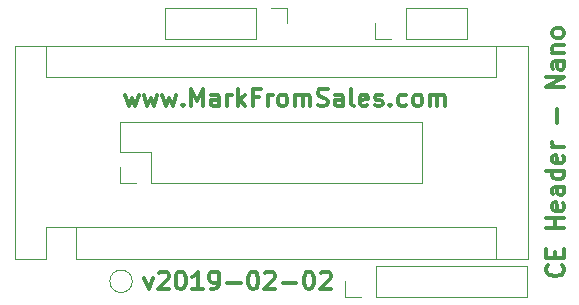
<source format=gbr>
G04 #@! TF.GenerationSoftware,KiCad,Pcbnew,(5.0.2)-1*
G04 #@! TF.CreationDate,2019-02-02T18:03:16-06:00*
G04 #@! TF.ProjectId,CE-Header-Arduino-Nano,43452d48-6561-4646-9572-2d4172647569,1.0*
G04 #@! TF.SameCoordinates,Original*
G04 #@! TF.FileFunction,Legend,Top*
G04 #@! TF.FilePolarity,Positive*
%FSLAX46Y46*%
G04 Gerber Fmt 4.6, Leading zero omitted, Abs format (unit mm)*
G04 Created by KiCad (PCBNEW (5.0.2)-1) date 2/2/2019 6:03:16 PM*
%MOMM*%
%LPD*%
G01*
G04 APERTURE LIST*
%ADD10C,0.300000*%
%ADD11C,0.120000*%
G04 APERTURE END LIST*
D10*
X87992857Y-58606571D02*
X88278571Y-59606571D01*
X88564285Y-58892285D01*
X88850000Y-59606571D01*
X89135714Y-58606571D01*
X89564285Y-58606571D02*
X89850000Y-59606571D01*
X90135714Y-58892285D01*
X90421428Y-59606571D01*
X90707142Y-58606571D01*
X91135714Y-58606571D02*
X91421428Y-59606571D01*
X91707142Y-58892285D01*
X91992857Y-59606571D01*
X92278571Y-58606571D01*
X92850000Y-59463714D02*
X92921428Y-59535142D01*
X92850000Y-59606571D01*
X92778571Y-59535142D01*
X92850000Y-59463714D01*
X92850000Y-59606571D01*
X93564285Y-59606571D02*
X93564285Y-58106571D01*
X94064285Y-59178000D01*
X94564285Y-58106571D01*
X94564285Y-59606571D01*
X95921428Y-59606571D02*
X95921428Y-58820857D01*
X95850000Y-58678000D01*
X95707142Y-58606571D01*
X95421428Y-58606571D01*
X95278571Y-58678000D01*
X95921428Y-59535142D02*
X95778571Y-59606571D01*
X95421428Y-59606571D01*
X95278571Y-59535142D01*
X95207142Y-59392285D01*
X95207142Y-59249428D01*
X95278571Y-59106571D01*
X95421428Y-59035142D01*
X95778571Y-59035142D01*
X95921428Y-58963714D01*
X96635714Y-59606571D02*
X96635714Y-58606571D01*
X96635714Y-58892285D02*
X96707142Y-58749428D01*
X96778571Y-58678000D01*
X96921428Y-58606571D01*
X97064285Y-58606571D01*
X97564285Y-59606571D02*
X97564285Y-58106571D01*
X97707142Y-59035142D02*
X98135714Y-59606571D01*
X98135714Y-58606571D02*
X97564285Y-59178000D01*
X99278571Y-58820857D02*
X98778571Y-58820857D01*
X98778571Y-59606571D02*
X98778571Y-58106571D01*
X99492857Y-58106571D01*
X100064285Y-59606571D02*
X100064285Y-58606571D01*
X100064285Y-58892285D02*
X100135714Y-58749428D01*
X100207142Y-58678000D01*
X100350000Y-58606571D01*
X100492857Y-58606571D01*
X101207142Y-59606571D02*
X101064285Y-59535142D01*
X100992857Y-59463714D01*
X100921428Y-59320857D01*
X100921428Y-58892285D01*
X100992857Y-58749428D01*
X101064285Y-58678000D01*
X101207142Y-58606571D01*
X101421428Y-58606571D01*
X101564285Y-58678000D01*
X101635714Y-58749428D01*
X101707142Y-58892285D01*
X101707142Y-59320857D01*
X101635714Y-59463714D01*
X101564285Y-59535142D01*
X101421428Y-59606571D01*
X101207142Y-59606571D01*
X102350000Y-59606571D02*
X102350000Y-58606571D01*
X102350000Y-58749428D02*
X102421428Y-58678000D01*
X102564285Y-58606571D01*
X102778571Y-58606571D01*
X102921428Y-58678000D01*
X102992857Y-58820857D01*
X102992857Y-59606571D01*
X102992857Y-58820857D02*
X103064285Y-58678000D01*
X103207142Y-58606571D01*
X103421428Y-58606571D01*
X103564285Y-58678000D01*
X103635714Y-58820857D01*
X103635714Y-59606571D01*
X104278571Y-59535142D02*
X104492857Y-59606571D01*
X104850000Y-59606571D01*
X104992857Y-59535142D01*
X105064285Y-59463714D01*
X105135714Y-59320857D01*
X105135714Y-59178000D01*
X105064285Y-59035142D01*
X104992857Y-58963714D01*
X104850000Y-58892285D01*
X104564285Y-58820857D01*
X104421428Y-58749428D01*
X104350000Y-58678000D01*
X104278571Y-58535142D01*
X104278571Y-58392285D01*
X104350000Y-58249428D01*
X104421428Y-58178000D01*
X104564285Y-58106571D01*
X104921428Y-58106571D01*
X105135714Y-58178000D01*
X106421428Y-59606571D02*
X106421428Y-58820857D01*
X106350000Y-58678000D01*
X106207142Y-58606571D01*
X105921428Y-58606571D01*
X105778571Y-58678000D01*
X106421428Y-59535142D02*
X106278571Y-59606571D01*
X105921428Y-59606571D01*
X105778571Y-59535142D01*
X105707142Y-59392285D01*
X105707142Y-59249428D01*
X105778571Y-59106571D01*
X105921428Y-59035142D01*
X106278571Y-59035142D01*
X106421428Y-58963714D01*
X107350000Y-59606571D02*
X107207142Y-59535142D01*
X107135714Y-59392285D01*
X107135714Y-58106571D01*
X108492857Y-59535142D02*
X108350000Y-59606571D01*
X108064285Y-59606571D01*
X107921428Y-59535142D01*
X107850000Y-59392285D01*
X107850000Y-58820857D01*
X107921428Y-58678000D01*
X108064285Y-58606571D01*
X108350000Y-58606571D01*
X108492857Y-58678000D01*
X108564285Y-58820857D01*
X108564285Y-58963714D01*
X107850000Y-59106571D01*
X109135714Y-59535142D02*
X109278571Y-59606571D01*
X109564285Y-59606571D01*
X109707142Y-59535142D01*
X109778571Y-59392285D01*
X109778571Y-59320857D01*
X109707142Y-59178000D01*
X109564285Y-59106571D01*
X109350000Y-59106571D01*
X109207142Y-59035142D01*
X109135714Y-58892285D01*
X109135714Y-58820857D01*
X109207142Y-58678000D01*
X109350000Y-58606571D01*
X109564285Y-58606571D01*
X109707142Y-58678000D01*
X110421428Y-59463714D02*
X110492857Y-59535142D01*
X110421428Y-59606571D01*
X110350000Y-59535142D01*
X110421428Y-59463714D01*
X110421428Y-59606571D01*
X111778571Y-59535142D02*
X111635714Y-59606571D01*
X111350000Y-59606571D01*
X111207142Y-59535142D01*
X111135714Y-59463714D01*
X111064285Y-59320857D01*
X111064285Y-58892285D01*
X111135714Y-58749428D01*
X111207142Y-58678000D01*
X111350000Y-58606571D01*
X111635714Y-58606571D01*
X111778571Y-58678000D01*
X112635714Y-59606571D02*
X112492857Y-59535142D01*
X112421428Y-59463714D01*
X112350000Y-59320857D01*
X112350000Y-58892285D01*
X112421428Y-58749428D01*
X112492857Y-58678000D01*
X112635714Y-58606571D01*
X112850000Y-58606571D01*
X112992857Y-58678000D01*
X113064285Y-58749428D01*
X113135714Y-58892285D01*
X113135714Y-59320857D01*
X113064285Y-59463714D01*
X112992857Y-59535142D01*
X112850000Y-59606571D01*
X112635714Y-59606571D01*
X113778571Y-59606571D02*
X113778571Y-58606571D01*
X113778571Y-58749428D02*
X113850000Y-58678000D01*
X113992857Y-58606571D01*
X114207142Y-58606571D01*
X114350000Y-58678000D01*
X114421428Y-58820857D01*
X114421428Y-59606571D01*
X114421428Y-58820857D02*
X114492857Y-58678000D01*
X114635714Y-58606571D01*
X114850000Y-58606571D01*
X114992857Y-58678000D01*
X115064285Y-58820857D01*
X115064285Y-59606571D01*
X89607428Y-74100571D02*
X89964571Y-75100571D01*
X90321714Y-74100571D01*
X90821714Y-73743428D02*
X90893142Y-73672000D01*
X91036000Y-73600571D01*
X91393142Y-73600571D01*
X91536000Y-73672000D01*
X91607428Y-73743428D01*
X91678857Y-73886285D01*
X91678857Y-74029142D01*
X91607428Y-74243428D01*
X90750285Y-75100571D01*
X91678857Y-75100571D01*
X92607428Y-73600571D02*
X92750285Y-73600571D01*
X92893142Y-73672000D01*
X92964571Y-73743428D01*
X93036000Y-73886285D01*
X93107428Y-74172000D01*
X93107428Y-74529142D01*
X93036000Y-74814857D01*
X92964571Y-74957714D01*
X92893142Y-75029142D01*
X92750285Y-75100571D01*
X92607428Y-75100571D01*
X92464571Y-75029142D01*
X92393142Y-74957714D01*
X92321714Y-74814857D01*
X92250285Y-74529142D01*
X92250285Y-74172000D01*
X92321714Y-73886285D01*
X92393142Y-73743428D01*
X92464571Y-73672000D01*
X92607428Y-73600571D01*
X94536000Y-75100571D02*
X93678857Y-75100571D01*
X94107428Y-75100571D02*
X94107428Y-73600571D01*
X93964571Y-73814857D01*
X93821714Y-73957714D01*
X93678857Y-74029142D01*
X95250285Y-75100571D02*
X95536000Y-75100571D01*
X95678857Y-75029142D01*
X95750285Y-74957714D01*
X95893142Y-74743428D01*
X95964571Y-74457714D01*
X95964571Y-73886285D01*
X95893142Y-73743428D01*
X95821714Y-73672000D01*
X95678857Y-73600571D01*
X95393142Y-73600571D01*
X95250285Y-73672000D01*
X95178857Y-73743428D01*
X95107428Y-73886285D01*
X95107428Y-74243428D01*
X95178857Y-74386285D01*
X95250285Y-74457714D01*
X95393142Y-74529142D01*
X95678857Y-74529142D01*
X95821714Y-74457714D01*
X95893142Y-74386285D01*
X95964571Y-74243428D01*
X96607428Y-74529142D02*
X97750285Y-74529142D01*
X98750285Y-73600571D02*
X98893142Y-73600571D01*
X99036000Y-73672000D01*
X99107428Y-73743428D01*
X99178857Y-73886285D01*
X99250285Y-74172000D01*
X99250285Y-74529142D01*
X99178857Y-74814857D01*
X99107428Y-74957714D01*
X99036000Y-75029142D01*
X98893142Y-75100571D01*
X98750285Y-75100571D01*
X98607428Y-75029142D01*
X98536000Y-74957714D01*
X98464571Y-74814857D01*
X98393142Y-74529142D01*
X98393142Y-74172000D01*
X98464571Y-73886285D01*
X98536000Y-73743428D01*
X98607428Y-73672000D01*
X98750285Y-73600571D01*
X99821714Y-73743428D02*
X99893142Y-73672000D01*
X100036000Y-73600571D01*
X100393142Y-73600571D01*
X100536000Y-73672000D01*
X100607428Y-73743428D01*
X100678857Y-73886285D01*
X100678857Y-74029142D01*
X100607428Y-74243428D01*
X99750285Y-75100571D01*
X100678857Y-75100571D01*
X101321714Y-74529142D02*
X102464571Y-74529142D01*
X103464571Y-73600571D02*
X103607428Y-73600571D01*
X103750285Y-73672000D01*
X103821714Y-73743428D01*
X103893142Y-73886285D01*
X103964571Y-74172000D01*
X103964571Y-74529142D01*
X103893142Y-74814857D01*
X103821714Y-74957714D01*
X103750285Y-75029142D01*
X103607428Y-75100571D01*
X103464571Y-75100571D01*
X103321714Y-75029142D01*
X103250285Y-74957714D01*
X103178857Y-74814857D01*
X103107428Y-74529142D01*
X103107428Y-74172000D01*
X103178857Y-73886285D01*
X103250285Y-73743428D01*
X103321714Y-73672000D01*
X103464571Y-73600571D01*
X104536000Y-73743428D02*
X104607428Y-73672000D01*
X104750285Y-73600571D01*
X105107428Y-73600571D01*
X105250285Y-73672000D01*
X105321714Y-73743428D01*
X105393142Y-73886285D01*
X105393142Y-74029142D01*
X105321714Y-74243428D01*
X104464571Y-75100571D01*
X105393142Y-75100571D01*
X124995714Y-73071428D02*
X125067142Y-73142857D01*
X125138571Y-73357142D01*
X125138571Y-73500000D01*
X125067142Y-73714285D01*
X124924285Y-73857142D01*
X124781428Y-73928571D01*
X124495714Y-74000000D01*
X124281428Y-74000000D01*
X123995714Y-73928571D01*
X123852857Y-73857142D01*
X123710000Y-73714285D01*
X123638571Y-73500000D01*
X123638571Y-73357142D01*
X123710000Y-73142857D01*
X123781428Y-73071428D01*
X124352857Y-72428571D02*
X124352857Y-71928571D01*
X125138571Y-71714285D02*
X125138571Y-72428571D01*
X123638571Y-72428571D01*
X123638571Y-71714285D01*
X125138571Y-69928571D02*
X123638571Y-69928571D01*
X124352857Y-69928571D02*
X124352857Y-69071428D01*
X125138571Y-69071428D02*
X123638571Y-69071428D01*
X125067142Y-67785714D02*
X125138571Y-67928571D01*
X125138571Y-68214285D01*
X125067142Y-68357142D01*
X124924285Y-68428571D01*
X124352857Y-68428571D01*
X124210000Y-68357142D01*
X124138571Y-68214285D01*
X124138571Y-67928571D01*
X124210000Y-67785714D01*
X124352857Y-67714285D01*
X124495714Y-67714285D01*
X124638571Y-68428571D01*
X125138571Y-66428571D02*
X124352857Y-66428571D01*
X124210000Y-66500000D01*
X124138571Y-66642857D01*
X124138571Y-66928571D01*
X124210000Y-67071428D01*
X125067142Y-66428571D02*
X125138571Y-66571428D01*
X125138571Y-66928571D01*
X125067142Y-67071428D01*
X124924285Y-67142857D01*
X124781428Y-67142857D01*
X124638571Y-67071428D01*
X124567142Y-66928571D01*
X124567142Y-66571428D01*
X124495714Y-66428571D01*
X125138571Y-65071428D02*
X123638571Y-65071428D01*
X125067142Y-65071428D02*
X125138571Y-65214285D01*
X125138571Y-65500000D01*
X125067142Y-65642857D01*
X124995714Y-65714285D01*
X124852857Y-65785714D01*
X124424285Y-65785714D01*
X124281428Y-65714285D01*
X124210000Y-65642857D01*
X124138571Y-65500000D01*
X124138571Y-65214285D01*
X124210000Y-65071428D01*
X125067142Y-63785714D02*
X125138571Y-63928571D01*
X125138571Y-64214285D01*
X125067142Y-64357142D01*
X124924285Y-64428571D01*
X124352857Y-64428571D01*
X124210000Y-64357142D01*
X124138571Y-64214285D01*
X124138571Y-63928571D01*
X124210000Y-63785714D01*
X124352857Y-63714285D01*
X124495714Y-63714285D01*
X124638571Y-64428571D01*
X125138571Y-63071428D02*
X124138571Y-63071428D01*
X124424285Y-63071428D02*
X124281428Y-63000000D01*
X124210000Y-62928571D01*
X124138571Y-62785714D01*
X124138571Y-62642857D01*
X124567142Y-61000000D02*
X124567142Y-59857142D01*
X125138571Y-58000000D02*
X123638571Y-58000000D01*
X125138571Y-57142857D01*
X123638571Y-57142857D01*
X125138571Y-55785714D02*
X124352857Y-55785714D01*
X124210000Y-55857142D01*
X124138571Y-56000000D01*
X124138571Y-56285714D01*
X124210000Y-56428571D01*
X125067142Y-55785714D02*
X125138571Y-55928571D01*
X125138571Y-56285714D01*
X125067142Y-56428571D01*
X124924285Y-56500000D01*
X124781428Y-56500000D01*
X124638571Y-56428571D01*
X124567142Y-56285714D01*
X124567142Y-55928571D01*
X124495714Y-55785714D01*
X124138571Y-55071428D02*
X125138571Y-55071428D01*
X124281428Y-55071428D02*
X124210000Y-55000000D01*
X124138571Y-54857142D01*
X124138571Y-54642857D01*
X124210000Y-54500000D01*
X124352857Y-54428571D01*
X125138571Y-54428571D01*
X125138571Y-53500000D02*
X125067142Y-53642857D01*
X124995714Y-53714285D01*
X124852857Y-53785714D01*
X124424285Y-53785714D01*
X124281428Y-53714285D01*
X124210000Y-53642857D01*
X124138571Y-53500000D01*
X124138571Y-53285714D01*
X124210000Y-53142857D01*
X124281428Y-53071428D01*
X124424285Y-53000000D01*
X124852857Y-53000000D01*
X124995714Y-53071428D01*
X125067142Y-53142857D01*
X125138571Y-53285714D01*
X125138571Y-53500000D01*
D11*
G04 #@! TO.C,A1*
X83820000Y-69850000D02*
X81280000Y-69850000D01*
X81280000Y-69850000D02*
X81280000Y-72520000D01*
X83820000Y-72520000D02*
X122050000Y-72520000D01*
X78610000Y-72520000D02*
X81280000Y-72520000D01*
X81280000Y-57150000D02*
X81280000Y-54480000D01*
X81280000Y-57150000D02*
X119380000Y-57150000D01*
X119380000Y-57150000D02*
X119380000Y-54480000D01*
X83820000Y-69850000D02*
X83820000Y-72520000D01*
X83820000Y-69850000D02*
X119380000Y-69850000D01*
X119380000Y-69850000D02*
X119380000Y-72520000D01*
X122050000Y-72520000D02*
X122050000Y-54480000D01*
X122050000Y-54480000D02*
X78610000Y-54480000D01*
X78610000Y-54480000D02*
X78610000Y-72520000D01*
G04 #@! TO.C,TP3*
X88580000Y-74422000D02*
G75*
G03X88580000Y-74422000I-950000J0D01*
G01*
G04 #@! TO.C,J1*
X113090000Y-66100000D02*
X113090000Y-60900000D01*
X90170000Y-66100000D02*
X113090000Y-66100000D01*
X87570000Y-60900000D02*
X113090000Y-60900000D01*
X90170000Y-66100000D02*
X90170000Y-63500000D01*
X90170000Y-63500000D02*
X87570000Y-63500000D01*
X87570000Y-63500000D02*
X87570000Y-60900000D01*
X88900000Y-66100000D02*
X87570000Y-66100000D01*
X87570000Y-66100000D02*
X87570000Y-64770000D01*
G04 #@! TO.C,J2*
X116900000Y-53908000D02*
X116900000Y-51248000D01*
X111760000Y-53908000D02*
X116900000Y-53908000D01*
X111760000Y-51248000D02*
X116900000Y-51248000D01*
X111760000Y-53908000D02*
X111760000Y-51248000D01*
X110490000Y-53908000D02*
X109160000Y-53908000D01*
X109160000Y-53908000D02*
X109160000Y-52578000D01*
G04 #@! TO.C,J3*
X121980000Y-75752000D02*
X121980000Y-73092000D01*
X109220000Y-75752000D02*
X121980000Y-75752000D01*
X109220000Y-73092000D02*
X121980000Y-73092000D01*
X109220000Y-75752000D02*
X109220000Y-73092000D01*
X107950000Y-75752000D02*
X106620000Y-75752000D01*
X106620000Y-75752000D02*
X106620000Y-74422000D01*
G04 #@! TO.C,J4*
X91380000Y-51248000D02*
X91380000Y-53908000D01*
X99060000Y-51248000D02*
X91380000Y-51248000D01*
X99060000Y-53908000D02*
X91380000Y-53908000D01*
X99060000Y-51248000D02*
X99060000Y-53908000D01*
X100330000Y-51248000D02*
X101660000Y-51248000D01*
X101660000Y-51248000D02*
X101660000Y-52578000D01*
G04 #@! TD*
M02*

</source>
